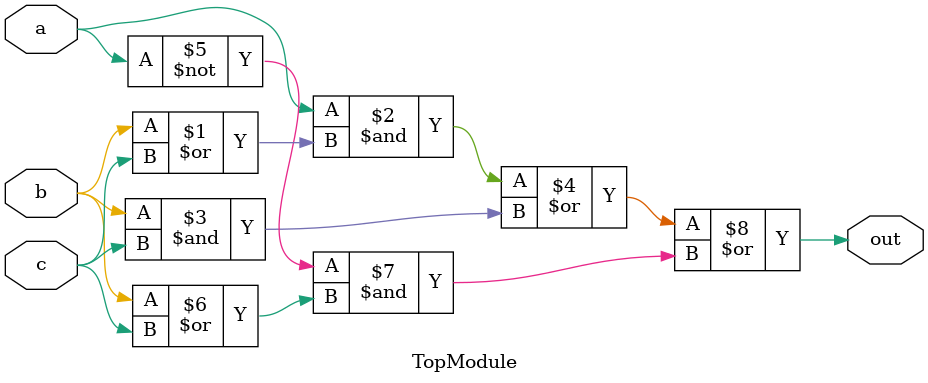
<source format=sv>

module TopModule (
    input  wire a,
    input  wire b,
    input  wire c,
    output wire out
);

    assign out = (a & (b | c)) | (b & c) | (~a & (b | c));

endmodule
</source>
